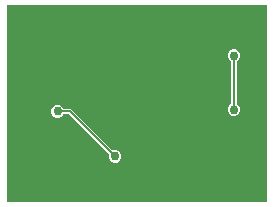
<source format=gbl>
G04 EAGLE Gerber RS-274X export*
G75*
%MOMM*%
%FSLAX34Y34*%
%LPD*%
%INBottom Copper*%
%IPPOS*%
%AMOC8*
5,1,8,0,0,1.08239X$1,22.5*%
G01*
%ADD10C,0.152400*%
%ADD11C,0.756400*%

G36*
X229788Y10176D02*
X229788Y10176D01*
X229907Y10183D01*
X229945Y10196D01*
X229986Y10201D01*
X230096Y10244D01*
X230209Y10281D01*
X230244Y10303D01*
X230281Y10318D01*
X230377Y10387D01*
X230478Y10451D01*
X230506Y10481D01*
X230539Y10504D01*
X230615Y10596D01*
X230696Y10683D01*
X230716Y10718D01*
X230741Y10749D01*
X230792Y10857D01*
X230850Y10961D01*
X230860Y11001D01*
X230877Y11037D01*
X230899Y11154D01*
X230929Y11269D01*
X230933Y11329D01*
X230937Y11349D01*
X230935Y11370D01*
X230939Y11430D01*
X230939Y175770D01*
X230924Y175888D01*
X230917Y176007D01*
X230904Y176045D01*
X230899Y176086D01*
X230856Y176196D01*
X230819Y176309D01*
X230797Y176344D01*
X230782Y176381D01*
X230713Y176477D01*
X230649Y176578D01*
X230619Y176606D01*
X230596Y176639D01*
X230504Y176715D01*
X230417Y176796D01*
X230382Y176816D01*
X230351Y176841D01*
X230243Y176892D01*
X230139Y176950D01*
X230099Y176960D01*
X230063Y176977D01*
X229946Y176999D01*
X229831Y177029D01*
X229771Y177033D01*
X229751Y177037D01*
X229730Y177035D01*
X229670Y177039D01*
X11430Y177039D01*
X11312Y177024D01*
X11193Y177017D01*
X11155Y177004D01*
X11114Y176999D01*
X11004Y176956D01*
X10891Y176919D01*
X10856Y176897D01*
X10819Y176882D01*
X10723Y176813D01*
X10622Y176749D01*
X10594Y176719D01*
X10561Y176696D01*
X10485Y176604D01*
X10404Y176517D01*
X10384Y176482D01*
X10359Y176451D01*
X10308Y176343D01*
X10250Y176239D01*
X10240Y176199D01*
X10223Y176163D01*
X10201Y176046D01*
X10171Y175931D01*
X10167Y175871D01*
X10163Y175851D01*
X10165Y175830D01*
X10161Y175770D01*
X10161Y11430D01*
X10176Y11312D01*
X10183Y11193D01*
X10196Y11155D01*
X10201Y11114D01*
X10244Y11004D01*
X10281Y10891D01*
X10303Y10856D01*
X10318Y10819D01*
X10387Y10723D01*
X10451Y10622D01*
X10481Y10594D01*
X10504Y10561D01*
X10596Y10485D01*
X10683Y10404D01*
X10718Y10384D01*
X10749Y10359D01*
X10857Y10308D01*
X10961Y10250D01*
X11001Y10240D01*
X11037Y10223D01*
X11154Y10201D01*
X11269Y10171D01*
X11329Y10167D01*
X11349Y10163D01*
X11370Y10165D01*
X11430Y10161D01*
X229670Y10161D01*
X229788Y10176D01*
G37*
%LPC*%
G36*
X101052Y43461D02*
X101052Y43461D01*
X99102Y44269D01*
X97609Y45762D01*
X96801Y47712D01*
X96801Y49838D01*
X96824Y49941D01*
X96859Y50066D01*
X96859Y50095D01*
X96866Y50124D01*
X96862Y50254D01*
X96864Y50384D01*
X96857Y50413D01*
X96856Y50442D01*
X96820Y50567D01*
X96790Y50693D01*
X96776Y50719D01*
X96767Y50748D01*
X96702Y50860D01*
X96641Y50974D01*
X96621Y50996D01*
X96606Y51022D01*
X96500Y51143D01*
X63433Y84210D01*
X63354Y84270D01*
X63282Y84338D01*
X63229Y84367D01*
X63181Y84404D01*
X63090Y84444D01*
X63004Y84492D01*
X62945Y84507D01*
X62889Y84531D01*
X62791Y84546D01*
X62696Y84571D01*
X62596Y84577D01*
X62575Y84581D01*
X62563Y84579D01*
X62535Y84581D01*
X58985Y84581D01*
X58955Y84578D01*
X58926Y84580D01*
X58798Y84558D01*
X58669Y84541D01*
X58642Y84531D01*
X58613Y84525D01*
X58494Y84472D01*
X58374Y84424D01*
X58350Y84407D01*
X58323Y84395D01*
X58221Y84314D01*
X58116Y84238D01*
X58097Y84215D01*
X58074Y84196D01*
X57996Y84093D01*
X57913Y83993D01*
X57901Y83966D01*
X57883Y83942D01*
X57848Y83872D01*
X56346Y82369D01*
X54396Y81561D01*
X52284Y81561D01*
X50334Y82369D01*
X48841Y83862D01*
X48033Y85812D01*
X48033Y87924D01*
X48841Y89874D01*
X50334Y91367D01*
X52284Y92175D01*
X54396Y92175D01*
X56346Y91367D01*
X57849Y89864D01*
X57906Y89775D01*
X57970Y89662D01*
X57990Y89641D01*
X58006Y89616D01*
X58101Y89527D01*
X58191Y89434D01*
X58216Y89418D01*
X58238Y89398D01*
X58351Y89335D01*
X58462Y89267D01*
X58490Y89259D01*
X58516Y89244D01*
X58642Y89212D01*
X58766Y89174D01*
X58796Y89172D01*
X58824Y89165D01*
X58985Y89155D01*
X64955Y89155D01*
X99733Y54376D01*
X99757Y54358D01*
X99776Y54336D01*
X99882Y54261D01*
X99985Y54182D01*
X100012Y54170D01*
X100036Y54153D01*
X100157Y54107D01*
X100277Y54055D01*
X100306Y54051D01*
X100334Y54040D01*
X100462Y54026D01*
X100591Y54005D01*
X100620Y54008D01*
X100650Y54005D01*
X100778Y54023D01*
X100907Y54035D01*
X100935Y54045D01*
X100964Y54049D01*
X101039Y54075D01*
X103164Y54075D01*
X105114Y53267D01*
X106607Y51774D01*
X107415Y49824D01*
X107415Y47712D01*
X106607Y45762D01*
X105114Y44269D01*
X103164Y43461D01*
X101052Y43461D01*
G37*
%LPD*%
%LPC*%
G36*
X201636Y83085D02*
X201636Y83085D01*
X199686Y83893D01*
X198193Y85386D01*
X197385Y87336D01*
X197385Y89448D01*
X198193Y91398D01*
X199696Y92901D01*
X199785Y92958D01*
X199898Y93022D01*
X199919Y93042D01*
X199944Y93058D01*
X200033Y93153D01*
X200126Y93243D01*
X200142Y93268D01*
X200162Y93290D01*
X200225Y93403D01*
X200293Y93514D01*
X200301Y93542D01*
X200316Y93568D01*
X200348Y93694D01*
X200386Y93818D01*
X200388Y93848D01*
X200395Y93876D01*
X200405Y94037D01*
X200405Y128467D01*
X200402Y128497D01*
X200404Y128526D01*
X200382Y128654D01*
X200365Y128783D01*
X200355Y128810D01*
X200349Y128839D01*
X200296Y128958D01*
X200248Y129078D01*
X200231Y129102D01*
X200219Y129129D01*
X200138Y129231D01*
X200062Y129336D01*
X200039Y129355D01*
X200020Y129378D01*
X199917Y129456D01*
X199817Y129539D01*
X199790Y129551D01*
X199766Y129569D01*
X199696Y129604D01*
X198193Y131106D01*
X197385Y133056D01*
X197385Y135168D01*
X198193Y137118D01*
X199686Y138611D01*
X201636Y139419D01*
X203748Y139419D01*
X205698Y138611D01*
X207191Y137118D01*
X207999Y135168D01*
X207999Y133056D01*
X207191Y131106D01*
X205688Y129603D01*
X205599Y129546D01*
X205486Y129482D01*
X205465Y129462D01*
X205440Y129446D01*
X205351Y129351D01*
X205258Y129261D01*
X205242Y129236D01*
X205222Y129214D01*
X205159Y129101D01*
X205091Y128990D01*
X205083Y128962D01*
X205068Y128936D01*
X205036Y128810D01*
X204998Y128686D01*
X204996Y128656D01*
X204989Y128628D01*
X204979Y128467D01*
X204979Y94037D01*
X204982Y94007D01*
X204980Y93978D01*
X205002Y93850D01*
X205019Y93721D01*
X205029Y93694D01*
X205035Y93665D01*
X205088Y93546D01*
X205136Y93426D01*
X205153Y93402D01*
X205165Y93375D01*
X205246Y93273D01*
X205322Y93168D01*
X205345Y93149D01*
X205364Y93126D01*
X205467Y93048D01*
X205567Y92965D01*
X205594Y92953D01*
X205618Y92935D01*
X205688Y92900D01*
X207191Y91398D01*
X207999Y89448D01*
X207999Y87336D01*
X207191Y85386D01*
X205698Y83893D01*
X203748Y83085D01*
X201636Y83085D01*
G37*
%LPD*%
D10*
X64008Y86868D02*
X53340Y86868D01*
X64008Y86868D02*
X102108Y48768D01*
D11*
X53340Y86868D03*
X102108Y48768D03*
D10*
X202692Y88392D02*
X202692Y134112D01*
D11*
X202692Y88392D03*
X202692Y134112D03*
X109220Y63500D03*
X187960Y76200D03*
X68580Y48260D03*
X195580Y17780D03*
X195580Y50800D03*
X149860Y114300D03*
X104140Y88900D03*
M02*

</source>
